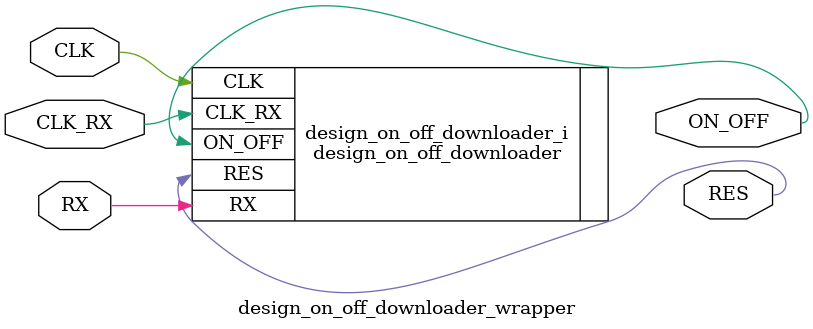
<source format=v>
`timescale 1 ps / 1 ps

module design_on_off_downloader_wrapper
   (CLK,
    CLK_RX,
    ON_OFF,
    RES,
    RX);
  input CLK;
  input CLK_RX;
  output ON_OFF;
  output RES;
  input RX;

  wire CLK;
  wire CLK_RX;
  wire ON_OFF;
  wire RES;
  wire RX;

  design_on_off_downloader design_on_off_downloader_i
       (.CLK(CLK),
        .CLK_RX(CLK_RX),
        .ON_OFF(ON_OFF),
        .RES(RES),
        .RX(RX));
endmodule

</source>
